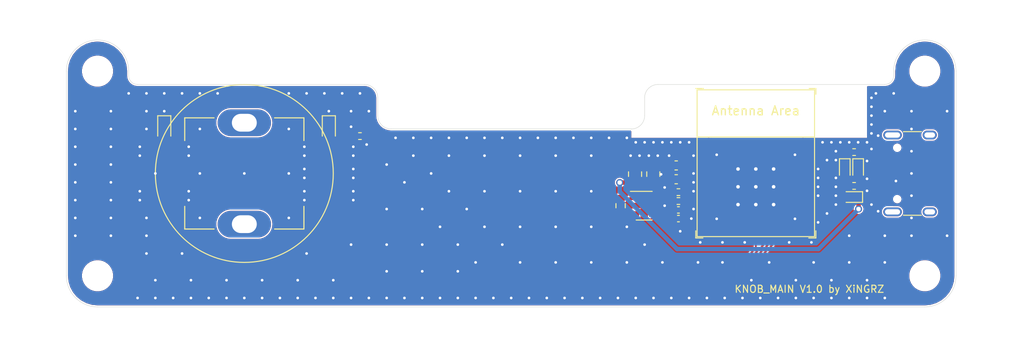
<source format=kicad_pcb>
(kicad_pcb (version 20171130) (host pcbnew "(5.1.9-0-10_14)")
  (title_block (title "Knob (main)") (date 2021-08-23) (rev V1.0) (company XiNGRZ))
  (layers (0 F.Cu signal) (31 B.Cu signal) (34 B.Paste user) (35 F.Paste user) (36 B.SilkS user) (37 F.SilkS user) (38 B.Mask user) (39 F.Mask user) (44 Edge.Cuts user))
  (net 0 "")
  (net 1 /D+)
  (net 2 GND)
  (net 3 /D-)
  (net 4 +5V)
  (net 5 "Net-(J1-PadA5)")
  (net 6 "Net-(J1-PadB5)")
  (net 7 +3V3)
  (net 8 "Net-(C3-Pad1)")
  (net 9 /ENTER)
  (net 10 "Net-(D4-Pad2)")
  (net 11 /STATUS)
  (net 12 "Net-(C6-Pad1)")
  (net 13 "Net-(C4-Pad1)")
  (net 14 "Net-(R5-Pad1)")
  (net 15 "Net-(J1-PadS1)")
  (net 16 /ROTARY_B)
  (net 17 /ROTARY_A)
  (module Resistor_SMD:R_0402_1005Metric (layer F.Cu) (at 133 80.8)
    (fp_text reference R6)
    (fp_text value 220)
    (pad 2 smd roundrect (at 0.51 0) (size 0.54 0.64) (layers F.Cu F.Paste F.Mask) (net 11 /STATUS))
    (pad 1 smd roundrect (at -0.51 0) (size 0.54 0.64) (layers F.Cu F.Paste F.Mask) (net 10 "Net-(D4-Pad2)"))
  )
  (module LED_SMD:LED_0603_1608Metric (layer F.Cu) (at 129.5 80 270)
    (fp_text reference D4)
    (fp_text value BLUE)
    (pad 1 smd roundrect (at -0.7875 0 270) (size 0.875 0.95) (layers F.Cu F.Paste F.Mask) (net 2 GND))
    (pad 2 smd roundrect (at 0.7875 0 270) (size 0.875 0.95) (layers F.Cu F.Paste F.Mask) (net 10 "Net-(D4-Pad2)"))
  )
  (module LED_SMD:LED_0603_1608Metric (layer F.Cu) (at 111 80 270)
    (fp_text reference D5)
    (fp_text value BLUE)
    (pad 2 smd roundrect (at 0.7875 0 270) (size 0.875 0.95) (layers F.Cu F.Paste F.Mask) (net 10 "Net-(D4-Pad2)"))
    (pad 1 smd roundrect (at -0.7875 0 270) (size 0.875 0.95) (layers F.Cu F.Paste F.Mask) (net 2 GND))
  )
  (module Capacitor_SMD:C_0402_1005Metric (layer F.Cu) (at 168.8 90.075)
    (fp_text reference C6)
    (fp_text value 10nF)
    (pad 1 smd roundrect (at -0.48 0) (size 0.56 0.62) (layers F.Cu F.Paste F.Mask) (net 12 "Net-(C6-Pad1)"))
    (pad 2 smd roundrect (at 0.48 0) (size 0.56 0.62) (layers F.Cu F.Paste F.Mask) (net 2 GND))
  )
  (module Resistor_SMD:R_0603_1608Metric (layer F.Cu) (at 162.3 88.625 90)
    (fp_text reference R5)
    (fp_text value 0)
    (pad 2 smd roundrect (at 0.825 0 90) (size 0.8 0.95) (layers F.Cu F.Paste F.Mask) (net 4 +5V))
    (pad 1 smd roundrect (at -0.825 0 90) (size 0.8 0.95) (layers F.Cu F.Paste F.Mask) (net 14 "Net-(R5-Pad1)"))
  )
  (module Resistor_SMD:R_0402_1005Metric (layer F.Cu) (at 168.8 87.1)
    (fp_text reference R4)
    (fp_text value 0)
    (pad 2 smd roundrect (at 0.51 0) (size 0.54 0.64) (layers F.Cu F.Paste F.Mask) (net 13 "Net-(C4-Pad1)"))
    (pad 1 smd roundrect (at -0.51 0) (size 0.54 0.64) (layers F.Cu F.Paste F.Mask) (net 7 +3V3))
  )
  (module Package_TO_SOT_SMD:SOT-23-5 (layer F.Cu) (at 164.95 88.625)
    (fp_text reference U1)
    (fp_text value LP2992AIM5X-3.3)
    (pad 5 smd rect (at 1.1 -0.95) (size 1.06 0.65) (layers F.Cu F.Paste F.Mask) (net 7 +3V3))
    (pad 4 smd rect (at 1.1 0.95) (size 1.06 0.65) (layers F.Cu F.Paste F.Mask) (net 12 "Net-(C6-Pad1)"))
    (pad 3 smd rect (at -1.1 0.95) (size 1.06 0.65) (layers F.Cu F.Paste F.Mask) (net 14 "Net-(R5-Pad1)"))
    (pad 2 smd rect (at -1.1 0) (size 1.06 0.65) (layers F.Cu F.Paste F.Mask) (net 2 GND))
    (pad 1 smd rect (at -1.1 -0.95) (size 1.06 0.65) (layers F.Cu F.Paste F.Mask) (net 4 +5V))
  )
  (module MountingHole:MountingHole_3.2mm_M3 (layer F.Cu) (at 196.5 96.5)
    (fp_text reference H4)
    (fp_text value Mount)
    (pad 1 np_thru_hole circle (at 0 0) (size 3.2 3.2) (drill 3.2) (layers *.Cu *.Mask))
  )
  (module MountingHole:MountingHole_3.2mm_M3 (layer F.Cu) (at 196.5 73.5)
    (fp_text reference H3)
    (fp_text value Mount)
    (pad 1 np_thru_hole circle (at 0 0) (size 3.2 3.2) (drill 3.2) (layers *.Cu *.Mask))
  )
  (module MountingHole:MountingHole_3.2mm_M3 (layer F.Cu) (at 103.5 96.5)
    (fp_text reference H2)
    (fp_text value Mount)
    (pad 1 np_thru_hole circle (at 0 0) (size 3.2 3.2) (drill 3.2) (layers *.Cu *.Mask))
  )
  (module MountingHole:MountingHole_3.2mm_M3 (layer F.Cu) (at 103.5 73.5)
    (fp_text reference H1)
    (fp_text value Mount)
    (pad 1 np_thru_hole circle (at 0 0) (size 3.2 3.2) (drill 3.2) (layers *.Cu *.Mask))
  )
  (module Capacitor_SMD:C_0603_1608Metric (layer F.Cu) (at 168.55 85.65 180)
    (fp_text reference C5)
    (fp_text value 100nF/50V)
    (pad 2 smd roundrect (at 0.775 0 180) (size 0.9 0.95) (layers F.Cu F.Paste F.Mask) (net 2 GND))
    (pad 1 smd roundrect (at -0.775 0 180) (size 0.9 0.95) (layers F.Cu F.Paste F.Mask) (net 13 "Net-(C4-Pad1)"))
  )
  (module Capacitor_SMD:C_0603_1608Metric (layer F.Cu) (at 168.55 84.1 180)
    (fp_text reference C4)
    (fp_text value 10uF/10V)
    (pad 2 smd roundrect (at 0.775 0 180) (size 0.9 0.95) (layers F.Cu F.Paste F.Mask) (net 2 GND))
    (pad 1 smd roundrect (at -0.775 0 180) (size 0.9 0.95) (layers F.Cu F.Paste F.Mask) (net 13 "Net-(C4-Pad1)"))
  )
  (module Capacitor_SMD:C_0805_2012Metric (layer F.Cu) (at 165.975 85.074999 90)
    (fp_text reference C2)
    (fp_text value 10uF/25V)
    (pad 2 smd roundrect (at 0.95 0 90) (size 1 1.45) (layers F.Cu F.Paste F.Mask) (net 2 GND))
    (pad 1 smd roundrect (at -0.95 0 90) (size 1 1.45) (layers F.Cu F.Paste F.Mask) (net 7 +3V3))
  )
  (module Capacitor_SMD:C_0805_2012Metric (layer F.Cu) (at 163.925 85.074999 90)
    (fp_text reference C1)
    (fp_text value 10uF/25V)
    (pad 2 smd roundrect (at 0.95 0 90) (size 1 1.45) (layers F.Cu F.Paste F.Mask) (net 2 GND))
    (pad 1 smd roundrect (at -0.95 0 90) (size 1 1.45) (layers F.Cu F.Paste F.Mask) (net 4 +5V))
  )
  (module Espressif:ESP32-C3-MINI-1 (layer F.Cu) (at 177.5 86.5)
    (fp_text reference U2)
    (fp_text value ESP32-C3-MINI-1)
    (fp_text user "Antenna Area" (at 0 -8.55) (layer F.SilkS))
    (pad 1 smd rect (at -5.9 -4 90) (size 0.4 0.8) (layers F.Cu F.Paste F.Mask) (net 2 GND))
    (pad 2 smd rect (at -5.9 -3.2 90) (size 0.4 0.8) (layers F.Cu F.Paste F.Mask) (net 2 GND))
    (pad 3 smd rect (at -5.9 -2.4 90) (size 0.4 0.8) (layers F.Cu F.Paste F.Mask) (net 13 "Net-(C4-Pad1)"))
    (pad 4 smd rect (at -5.9 -1.6 90) (size 0.4 0.8) (layers F.Cu F.Paste F.Mask))
    (pad 5 smd rect (at -5.9 -0.8 90) (size 0.4 0.8) (layers F.Cu F.Paste F.Mask))
    (pad 6 smd rect (at -5.9 0 90) (size 0.4 0.8) (layers F.Cu F.Paste F.Mask))
    (pad 7 smd rect (at -5.9 0.8 90) (size 0.4 0.8) (layers F.Cu F.Paste F.Mask))
    (pad 8 smd rect (at -5.9 1.6 90) (size 0.4 0.8) (layers F.Cu F.Paste F.Mask) (net 8 "Net-(C3-Pad1)"))
    (pad 9 smd rect (at -5.9 2.4 90) (size 0.4 0.8) (layers F.Cu F.Paste F.Mask))
    (pad 10 smd rect (at -5.9 3.2 90) (size 0.4 0.8) (layers F.Cu F.Paste F.Mask))
    (pad 11 smd rect (at -5.9 4 90) (size 0.4 0.8) (layers F.Cu F.Paste F.Mask) (net 2 GND))
    (pad 12 smd rect (at -4.8 4.9) (size 0.4 0.8) (layers F.Cu F.Paste F.Mask))
    (pad 13 smd rect (at -4 4.9) (size 0.4 0.8) (layers F.Cu F.Paste F.Mask))
    (pad 14 smd rect (at -3.2 4.9) (size 0.4 0.8) (layers F.Cu F.Paste F.Mask) (net 2 GND))
    (pad 15 smd rect (at -2.4 4.9) (size 0.4 0.8) (layers F.Cu F.Paste F.Mask))
    (pad 16 smd rect (at -1.6 4.9) (size 0.4 0.8) (layers F.Cu F.Paste F.Mask))
    (pad 17 smd rect (at -0.8 4.9) (size 0.4 0.8) (layers F.Cu F.Paste F.Mask))
    (pad 18 smd rect (at 0 4.9) (size 0.4 0.8) (layers F.Cu F.Paste F.Mask) (net 11 /STATUS))
    (pad 19 smd rect (at 0.8 4.9) (size 0.4 0.8) (layers F.Cu F.Paste F.Mask) (net 16 /ROTARY_B))
    (pad 20 smd rect (at 1.6 4.9) (size 0.4 0.8) (layers F.Cu F.Paste F.Mask) (net 17 /ROTARY_A))
    (pad 21 smd rect (at 2.4 4.9) (size 0.4 0.8) (layers F.Cu F.Paste F.Mask) (net 9 /ENTER))
    (pad 22 smd rect (at 3.2 4.9) (size 0.4 0.8) (layers F.Cu F.Paste F.Mask))
    (pad 23 smd rect (at 4 4.9) (size 0.4 0.8) (layers F.Cu F.Paste F.Mask))
    (pad 24 smd rect (at 4.8 4.9) (size 0.4 0.8) (layers F.Cu F.Paste F.Mask))
    (pad 25 smd rect (at 5.9 4 90) (size 0.4 0.8) (layers F.Cu F.Paste F.Mask))
    (pad 26 smd rect (at 5.9 3.2 90) (size 0.4 0.8) (layers F.Cu F.Paste F.Mask) (net 3 /D-))
    (pad 27 smd rect (at 5.9 2.4 90) (size 0.4 0.8) (layers F.Cu F.Paste F.Mask) (net 1 /D+))
    (pad 28 smd rect (at 5.9 1.6 90) (size 0.4 0.8) (layers F.Cu F.Paste F.Mask))
    (pad 29 smd rect (at 5.9 0.8 90) (size 0.4 0.8) (layers F.Cu F.Paste F.Mask))
    (pad 30 smd rect (at 5.9 0 90) (size 0.4 0.8) (layers F.Cu F.Paste F.Mask))
    (pad 31 smd rect (at 5.9 -0.8 90) (size 0.4 0.8) (layers F.Cu F.Paste F.Mask))
    (pad 32 smd rect (at 5.9 -1.6 90) (size 0.4 0.8) (layers F.Cu F.Paste F.Mask))
    (pad 33 smd rect (at 5.9 -2.4 90) (size 0.4 0.8) (layers F.Cu F.Paste F.Mask))
    (pad 34 smd rect (at 5.9 -3.2 90) (size 0.4 0.8) (layers F.Cu F.Paste F.Mask))
    (pad 35 smd rect (at 5.9 -4 90) (size 0.4 0.8) (layers F.Cu F.Paste F.Mask))
    (pad 36 smd rect (at 1.6 -4.9) (size 0.4 0.8) (layers F.Cu F.Paste F.Mask) (net 2 GND))
    (pad 36 smd rect (at 5.95 4.95 90) (size 0.7 0.7) (layers F.Cu F.Paste F.Mask) (net 2 GND))
    (pad 36 smd rect (at 2.4 -4.9) (size 0.4 0.8) (layers F.Cu F.Paste F.Mask) (net 2 GND))
    (pad 36 smd rect (at 0 1.975 90) (size 1.45 1.45) (layers F.Cu F.Paste F.Mask) (net 2 GND))
    (pad 36 smd rect (at -1.6 -4.9) (size 0.4 0.8) (layers F.Cu F.Paste F.Mask) (net 2 GND))
    (pad 36 smd rect (at -3.2 -4.9) (size 0.4 0.8) (layers F.Cu F.Paste F.Mask) (net 2 GND))
    (pad 36 smd rect (at 5.95 -4.95 90) (size 0.7 0.7) (layers F.Cu F.Paste F.Mask) (net 2 GND))
    (pad 36 smd rect (at 0 -4.9) (size 0.4 0.8) (layers F.Cu F.Paste F.Mask) (net 2 GND))
    (pad 36 smd rect (at -5.95 -4.95 90) (size 0.7 0.7) (layers F.Cu F.Paste F.Mask) (net 2 GND))
    (pad 36 smd rect (at -4 -4.9) (size 0.4 0.8) (layers F.Cu F.Paste F.Mask) (net 2 GND))
    (pad 36 smd rect (at -2.4 -4.9) (size 0.4 0.8) (layers F.Cu F.Paste F.Mask) (net 2 GND))
    (pad 36 smd rect (at 0 0 90) (size 1.45 1.45) (layers F.Cu F.Paste F.Mask) (net 2 GND))
    (pad 36 smd rect (at -4.8 -4.9) (size 0.4 0.8) (layers F.Cu F.Paste F.Mask) (net 2 GND))
    (pad 36 smd rect (at 4.8 -4.9) (size 0.4 0.8) (layers F.Cu F.Paste F.Mask) (net 2 GND))
    (pad 36 smd rect (at 1.975 -1.975 90) (size 1.45 1.45) (layers F.Cu F.Paste F.Mask) (net 2 GND))
    (pad 36 smd rect (at 0.8 -4.9) (size 0.4 0.8) (layers F.Cu F.Paste F.Mask) (net 2 GND))
    (pad 36 smd rect (at 4 -4.9) (size 0.4 0.8) (layers F.Cu F.Paste F.Mask) (net 2 GND))
    (pad 36 smd rect (at -1.975 1.975 90) (size 1.45 1.45) (layers F.Cu F.Paste F.Mask) (net 2 GND))
    (pad 36 smd custom (at -1.975 -1.975) (size 0.8 0.8) (layers F.Cu F.Paste F.Mask) (net 2 GND) (options (clearance outline) (anchor rect)) (primitives (gr_poly (pts (xy -0.725 0.725) (xy 0.725 0.725) (xy 0.725 -0.725) (xy -0.125 -0.725) (xy -0.725 -0.125)) (width 0))))
    (pad 36 smd rect (at 1.975 1.975 90) (size 1.45 1.45) (layers F.Cu F.Paste F.Mask) (net 2 GND))
    (pad 36 smd rect (at 3.2 -4.9) (size 0.4 0.8) (layers F.Cu F.Paste F.Mask) (net 2 GND))
    (pad 36 smd rect (at 1.975 0 90) (size 1.45 1.45) (layers F.Cu F.Paste F.Mask) (net 2 GND))
    (pad 36 smd rect (at -1.975 0.05 90) (size 1.45 1.45) (layers F.Cu F.Paste F.Mask) (net 2 GND))
    (pad 36 smd rect (at -5.95 4.95 90) (size 0.7 0.7) (layers F.Cu F.Paste F.Mask) (net 2 GND))
    (pad 36 smd rect (at -0.8 -4.9) (size 0.4 0.8) (layers F.Cu F.Paste F.Mask) (net 2 GND))
    (pad 36 smd rect (at 0 -1.975 90) (size 1.45 1.45) (layers F.Cu F.Paste F.Mask) (net 2 GND))
  )
  (module JLC-SMT:BOURNS_PEC11R-4XXXX-SXXXX_SMD (layer F.Cu) (at 120 85 90)
    (fp_text reference SW1)
    (fp_text value PEC11R-4220F-S0024)
    (pad "" thru_hole oval (at 5.7 0 90) (size 3 6) (drill oval 2 2.8) (layers *.Cu *.Mask))
    (pad "" thru_hole oval (at -5.7 0 90) (size 3 6) (drill oval 2 2.8) (layers *.Cu *.Mask))
    (pad B smd rect (at 2.5 9.5 90) (size 1.2 4) (layers F.Cu F.Paste F.Mask) (net 16 /ROTARY_B))
    (pad C smd rect (at 0 9.5 90) (size 1.2 4) (layers F.Cu F.Paste F.Mask) (net 2 GND))
    (pad A smd rect (at -2.5 9.5 90) (size 1.2 4) (layers F.Cu F.Paste F.Mask) (net 17 /ROTARY_A))
    (pad S2 smd rect (at 2.5 -9 90) (size 1.2 4) (layers F.Cu F.Paste F.Mask) (net 2 GND))
    (pad S1 smd rect (at -2.5 -9 90) (size 1.2 4) (layers F.Cu F.Paste F.Mask) (net 9 /ENTER))
  )
  (module Resistor_SMD:R_0402_1005Metric (layer F.Cu) (at 168.8 88.1)
    (fp_text reference R3)
    (fp_text value 10K)
    (pad 2 smd roundrect (at 0.51 0) (size 0.54 0.64) (layers F.Cu F.Paste F.Mask) (net 8 "Net-(C3-Pad1)"))
    (pad 1 smd roundrect (at -0.51 0) (size 0.54 0.64) (layers F.Cu F.Paste F.Mask) (net 7 +3V3))
  )
  (module Capacitor_SMD:C_0402_1005Metric (layer F.Cu) (at 168.8 89.1 180)
    (fp_text reference C3)
    (fp_text value 1uF/25V)
    (pad 2 smd roundrect (at 0.48 0 180) (size 0.56 0.62) (layers F.Cu F.Paste F.Mask) (net 2 GND))
    (pad 1 smd roundrect (at -0.48 0 180) (size 0.56 0.62) (layers F.Cu F.Paste F.Mask) (net 8 "Net-(C3-Pad1)"))
  )
  (module Resistor_SMD:R_0402_1005Metric (layer F.Cu) (at 188.55 82.6)
    (fp_text reference R2)
    (fp_text value 5.1K)
    (pad 2 smd roundrect (at 0.51 0) (size 0.54 0.64) (layers F.Cu F.Paste F.Mask) (net 6 "Net-(J1-PadB5)"))
    (pad 1 smd roundrect (at -0.51 0) (size 0.54 0.64) (layers F.Cu F.Paste F.Mask) (net 2 GND))
  )
  (module Resistor_SMD:R_0402_1005Metric (layer F.Cu) (at 188.55 86.4)
    (fp_text reference R1)
    (fp_text value 5.1K)
    (pad 2 smd roundrect (at 0.51 0) (size 0.54 0.64) (layers F.Cu F.Paste F.Mask) (net 5 "Net-(J1-PadA5)"))
    (pad 1 smd roundrect (at -0.51 0) (size 0.54 0.64) (layers F.Cu F.Paste F.Mask) (net 2 GND))
  )
  (module JLC-SMT:HRO_TYPE-C-31-M-12 (layer F.Cu) (at 196 85 90)
    (fp_text reference J1)
    (fp_text value HRO_TYPE-C-31-M-12)
    (pad S1 thru_hole oval (at 4.32 1.05 90) (size 1 1.6) (drill oval 0.6 1.2) (layers *.Cu *.Mask) (net 15 "Net-(J1-PadS1)"))
    (pad "" np_thru_hole circle (at 2.89 -2.6 90) (size 0.65 0.65) (drill 0.65) (layers *.Cu *.Mask))
    (pad S1 thru_hole oval (at -4.32 1.05 90) (size 1 1.6) (drill oval 0.6 1.2) (layers *.Cu *.Mask) (net 15 "Net-(J1-PadS1)"))
    (pad "" np_thru_hole circle (at -2.89 -2.6 90) (size 0.65 0.65) (drill 0.65) (layers *.Cu *.Mask))
    (pad S1 thru_hole oval (at -4.32 -3.13 90) (size 1 2.1) (drill oval 0.6 1.7) (layers *.Cu *.Mask) (net 15 "Net-(J1-PadS1)"))
    (pad S1 thru_hole oval (at 4.32 -3.13 90) (size 1 2.1) (drill oval 0.6 1.7) (layers *.Cu *.Mask) (net 15 "Net-(J1-PadS1)"))
    (pad A6 smd rect (at -0.25 -4.045 90) (size 0.3 1.45) (layers F.Cu F.Paste F.Mask) (net 1 /D+))
    (pad B5 smd rect (at 1.75 -4.045 90) (size 0.3 1.45) (layers F.Cu F.Paste F.Mask) (net 6 "Net-(J1-PadB5)"))
    (pad A8 smd rect (at 1.25 -4.045 90) (size 0.3 1.45) (layers F.Cu F.Paste F.Mask))
    (pad B6 smd rect (at 0.75 -4.045 90) (size 0.3 1.45) (layers F.Cu F.Paste F.Mask) (net 1 /D+))
    (pad A7 smd rect (at 0.25 -4.045 90) (size 0.3 1.45) (layers F.Cu F.Paste F.Mask) (net 3 /D-))
    (pad B7 smd rect (at -0.75 -4.045 90) (size 0.3 1.45) (layers F.Cu F.Paste F.Mask) (net 3 /D-))
    (pad A5 smd rect (at -1.25 -4.045 90) (size 0.3 1.45) (layers F.Cu F.Paste F.Mask) (net 5 "Net-(J1-PadA5)"))
    (pad B8 smd rect (at -1.75 -4.045 90) (size 0.3 1.45) (layers F.Cu F.Paste F.Mask))
    (pad A12 smd rect (at 3.25 -4.045 90) (size 0.6 1.45) (layers F.Cu F.Paste F.Mask) (net 2 GND))
    (pad B4 smd rect (at 2.45 -4.045 90) (size 0.6 1.45) (layers F.Cu F.Paste F.Mask) (net 4 +5V))
    (pad A4 smd rect (at -2.45 -4.045 90) (size 0.6 1.45) (layers F.Cu F.Paste F.Mask) (net 4 +5V))
    (pad A1 smd rect (at -3.25 -4.045 90) (size 0.6 1.45) (layers F.Cu F.Paste F.Mask) (net 2 GND))
    (pad B12 smd rect (at -3.25 -4.045 90) (size 0.6 1.45) (layers F.Cu F.Paste F.Mask) (net 2 GND))
    (pad B9 smd rect (at -2.45 -4.045 90) (size 0.6 1.45) (layers F.Cu F.Paste F.Mask) (net 4 +5V))
    (pad A9 smd rect (at 2.45 -4.045 90) (size 0.6 1.45) (layers F.Cu F.Paste F.Mask) (net 4 +5V))
    (pad B1 smd rect (at 3.25 -4.045 90) (size 0.6 1.45) (layers F.Cu F.Paste F.Mask) (net 2 GND))
  )
  (module Diode_SMD:D_SOD-523 (layer F.Cu) (at 188.35 87.65 180)
    (fp_text reference D3)
    (fp_text value LESD5Z5.0CT1G)
    (pad 1 smd rect (at -0.7 0) (size 0.6 0.7) (layers F.Cu F.Paste F.Mask) (net 4 +5V))
    (pad 2 smd rect (at 0.7 0) (size 0.6 0.7) (layers F.Cu F.Paste F.Mask) (net 2 GND))
  )
  (module Diode_SMD:D_SOD-523 (layer F.Cu) (at 189 84.5 270)
    (fp_text reference D2)
    (fp_text value LESD5Z5.0CT1G)
    (pad 1 smd rect (at -0.7 0 90) (size 0.6 0.7) (layers F.Cu F.Paste F.Mask) (net 2 GND))
    (pad 2 smd rect (at 0.7 0 90) (size 0.6 0.7) (layers F.Cu F.Paste F.Mask) (net 3 /D-))
  )
  (module Diode_SMD:D_SOD-523 (layer F.Cu) (at 187.5 84.5 270)
    (fp_text reference D1)
    (fp_text value LESD5Z5.0CT1G)
    (pad 1 smd rect (at -0.7 0 90) (size 0.6 0.7) (layers F.Cu F.Paste F.Mask) (net 1 /D+))
    (pad 2 smd rect (at 0.7 0 90) (size 0.6 0.7) (layers F.Cu F.Paste F.Mask) (net 2 GND))
  )
  (gr_text "KNOB_MAIN V1.0 by XiNGRZ" (at 192 98) (layer F.SilkS) (effects (font (size 0.8 0.8) (thickness 0.12)) (justify right)))
  (gr_circle (center 120 85) (end 120 75) (layer F.SilkS) (width 0.12))
  (gr_arc (start 163.5 78.5) (end 163.5 80) (angle -90) (layer Edge.Cuts) (width 0.05))
  (gr_arc (start 166.5 76.5) (end 166.5 75) (angle -90) (layer Edge.Cuts) (width 0.05))
  (gr_arc (start 136.5 78.5) (end 135 78.5) (angle -90) (layer Edge.Cuts) (width 0.05))
  (gr_arc (start 133.5 76.5) (end 135 76.5) (angle -90) (layer Edge.Cuts) (width 0.05))
  (gr_line (start 166.5 75) (end 192 75) (layer Edge.Cuts) (width 0.05))
  (gr_line (start 165 78.5) (end 165 76.5) (layer Edge.Cuts) (width 0.05))
  (gr_line (start 135 78.5) (end 135 76.5) (layer Edge.Cuts) (width 0.05))
  (gr_line (start 136.5 80) (end 163.5 80) (layer Edge.Cuts) (width 0.05))
  (gr_line (start 193 73.5) (end 193 74) (layer Edge.Cuts) (width 0.05))
  (gr_line (start 107 73.5) (end 107 74) (layer Edge.Cuts) (width 0.05))
  (gr_arc (start 108 74) (end 107 74) (angle -90) (layer Edge.Cuts) (width 0.05))
  (gr_arc (start 192 74) (end 192 75) (angle -90) (layer Edge.Cuts) (width 0.05))
  (gr_arc (start 196.5 73.5) (end 200 73.5) (angle -180) (layer Edge.Cuts) (width 0.05))
  (gr_arc (start 196.5 96.5) (end 196.5 100) (angle -90) (layer Edge.Cuts) (width 0.05))
  (gr_arc (start 103.5 96.5) (end 100 96.5) (angle -90) (layer Edge.Cuts) (width 0.05))
  (gr_arc (start 103.5 73.5) (end 107 73.5) (angle -180) (layer Edge.Cuts) (width 0.05))
  (gr_line (start 133.5 75) (end 108 75) (layer Edge.Cuts) (width 0.05))
  (gr_line (start 200 96.5) (end 200 73.5) (layer Edge.Cuts) (width 0.05))
  (gr_line (start 103.5 100) (end 196.5 100) (layer Edge.Cuts) (width 0.05))
  (gr_line (start 100 73.5) (end 100 96.5) (layer Edge.Cuts) (width 0.05))
  (segment (start 186.634899 84.285) (end 185.910944 84.285) (width 0.28) (layer F.Cu) (net 1))
  (segment (start 185.910944 84.285) (end 185.285 84.910944) (width 0.28) (layer F.Cu) (net 1))
  (segment (start 183.785 89.085) (end 184.110944 89.085) (width 0.28) (layer F.Cu) (net 1))
  (segment (start 183.6 88.9) (end 183.785 89.085) (width 0.28) (layer F.Cu) (net 1))
  (segment (start 183.4 88.9) (end 183.6 88.9) (width 0.28) (layer F.Cu) (net 1))
  (segment (start 185.285 87.910944) (end 185.285 84.910944) (width 0.28) (layer F.Cu) (net 1))
  (segment (start 184.110944 89.085) (end 185.285 87.910944) (width 0.28) (layer F.Cu) (net 1))
  (segment (start 186.919899 84) (end 186.634899 84.285) (width 0.28) (layer F.Cu) (net 1))
  (segment (start 187.5 83.8) (end 187.5 84) (width 0.28) (layer F.Cu) (net 1))
  (segment (start 187.5 84) (end 186.919899 84) (width 0.28) (layer F.Cu) (net 1))
  (segment (start 192.96 84.25) (end 193.05 84.34) (width 0.28) (layer F.Cu) (net 1))
  (segment (start 191.955 84.25) (end 192.96 84.25) (width 0.28) (layer F.Cu) (net 1))
  (segment (start 193.05 85.16) (end 193.05 84.34) (width 0.28) (layer F.Cu) (net 1))
  (segment (start 192.96 85.25) (end 193.05 85.16) (width 0.28) (layer F.Cu) (net 1))
  (segment (start 191.955 85.25) (end 192.96 85.25) (width 0.28) (layer F.Cu) (net 1))
  (segment (start 190.867499 84.25) (end 191.955 84.25) (width 0.28) (layer F.Cu) (net 1))
  (segment (start 189.687002 84.285) (end 190.832499 84.285) (width 0.28) (layer F.Cu) (net 1))
  (segment (start 189.582001 84.390001) (end 189.687002 84.285) (width 0.28) (layer F.Cu) (net 1))
  (segment (start 190.832499 84.285) (end 190.867499 84.25) (width 0.28) (layer F.Cu) (net 1))
  (segment (start 188.470102 84.390001) (end 189.582001 84.390001) (width 0.28) (layer F.Cu) (net 1))
  (segment (start 188.080101 84) (end 188.470102 84.390001) (width 0.28) (layer F.Cu) (net 1))
  (segment (start 187.5 84) (end 188.080101 84) (width 0.28) (layer F.Cu) (net 1))
  (via (at 177.5 88.5) (size 0.7) (drill 0.4) (layers F.Cu B.Cu) (net 2))
  (via (at 175.5 86.5) (size 0.7) (drill 0.4) (layers F.Cu B.Cu) (net 2))
  (via (at 175.5 88.5) (size 0.7) (drill 0.4) (layers F.Cu B.Cu) (net 2))
  (via (at 177.5 84.5) (size 0.7) (drill 0.4) (layers F.Cu B.Cu) (net 2))
  (via (at 179.5 84.5) (size 0.7) (drill 0.4) (layers F.Cu B.Cu) (net 2))
  (via (at 179.5 86.5) (size 0.7) (drill 0.4) (layers F.Cu B.Cu) (net 2))
  (via (at 179.5 88.5) (size 0.7) (drill 0.4) (layers F.Cu B.Cu) (net 2))
  (via (at 175.5 84.5) (size 0.7) (drill 0.4) (layers F.Cu B.Cu) (net 2))
  (via (at 177.5 86.5) (size 0.7) (drill 0.4) (layers F.Cu B.Cu) (net 2))
  (via (at 170.5 86) (size 0.5) (drill 0.3) (layers F.Cu B.Cu) (net 2))
  (via (at 170.5 87) (size 0.5) (drill 0.3) (layers F.Cu B.Cu) (net 2))
  (via (at 170.5 85) (size 0.5) (drill 0.3) (layers F.Cu B.Cu) (net 2))
  (via (at 190 83.6) (size 0.5) (drill 0.3) (layers F.Cu B.Cu) (net 2))
  (via (at 190 85.6) (size 0.5) (drill 0.3) (layers F.Cu B.Cu) (net 2))
  (via (at 190 86.95) (size 0.5) (drill 0.3) (layers F.Cu B.Cu) (net 2))
  (via (at 193.25 85.85) (size 0.5) (drill 0.3) (layers F.Cu B.Cu) (net 2))
  (via (at 107 76) (size 0.5) (drill 0.3) (layers F.Cu B.Cu) (net 2))
  (via (at 109 76) (size 0.5) (drill 0.3) (layers F.Cu B.Cu) (net 2))
  (via (at 111 76) (size 0.5) (drill 0.3) (layers F.Cu B.Cu) (net 2))
  (via (at 113 76) (size 0.5) (drill 0.3) (layers F.Cu B.Cu) (net 2))
  (via (at 115 76) (size 0.5) (drill 0.3) (layers F.Cu B.Cu) (net 2))
  (via (at 117 76) (size 0.5) (drill 0.3) (layers F.Cu B.Cu) (net 2))
  (via (at 101 78) (size 0.5) (drill 0.3) (layers F.Cu B.Cu) (net 2))
  (via (at 101 80) (size 0.5) (drill 0.3) (layers F.Cu B.Cu) (net 2))
  (via (at 101 82) (size 0.5) (drill 0.3) (layers F.Cu B.Cu) (net 2))
  (via (at 101 84) (size 0.5) (drill 0.3) (layers F.Cu B.Cu) (net 2))
  (via (at 101 86) (size 0.5) (drill 0.3) (layers F.Cu B.Cu) (net 2))
  (via (at 101 88) (size 0.5) (drill 0.3) (layers F.Cu B.Cu) (net 2))
  (via (at 101 90) (size 0.5) (drill 0.3) (layers F.Cu B.Cu) (net 2))
  (via (at 101 92) (size 0.5) (drill 0.3) (layers F.Cu B.Cu) (net 2))
  (via (at 105 80) (size 0.5) (drill 0.3) (layers F.Cu B.Cu) (net 2))
  (via (at 109 80) (size 0.5) (drill 0.3) (layers F.Cu B.Cu) (net 2))
  (via (at 105 84) (size 0.5) (drill 0.3) (layers F.Cu B.Cu) (net 2))
  (via (at 105 88) (size 0.5) (drill 0.3) (layers F.Cu B.Cu) (net 2))
  (via (at 109 92) (size 0.5) (drill 0.3) (layers F.Cu B.Cu) (net 2))
  (via (at 105 92) (size 0.5) (drill 0.3) (layers F.Cu B.Cu) (net 2))
  (via (at 109 94) (size 0.5) (drill 0.3) (layers F.Cu B.Cu) (net 2))
  (via (at 108 99) (size 0.5) (drill 0.3) (layers F.Cu B.Cu) (net 2))
  (via (at 110 99) (size 0.5) (drill 0.3) (layers F.Cu B.Cu) (net 2))
  (via (at 112 99) (size 0.5) (drill 0.3) (layers F.Cu B.Cu) (net 2))
  (via (at 114 99) (size 0.5) (drill 0.3) (layers F.Cu B.Cu) (net 2))
  (via (at 116 99) (size 0.5) (drill 0.3) (layers F.Cu B.Cu) (net 2))
  (via (at 118 99) (size 0.5) (drill 0.3) (layers F.Cu B.Cu) (net 2))
  (via (at 120 99) (size 0.5) (drill 0.3) (layers F.Cu B.Cu) (net 2))
  (via (at 122 99) (size 0.5) (drill 0.3) (layers F.Cu B.Cu) (net 2))
  (via (at 124 99) (size 0.5) (drill 0.3) (layers F.Cu B.Cu) (net 2))
  (via (at 126 99) (size 0.5) (drill 0.3) (layers F.Cu B.Cu) (net 2))
  (via (at 128 99) (size 0.5) (drill 0.3) (layers F.Cu B.Cu) (net 2))
  (via (at 130 99) (size 0.5) (drill 0.3) (layers F.Cu B.Cu) (net 2))
  (via (at 132 99) (size 0.5) (drill 0.3) (layers F.Cu B.Cu) (net 2))
  (via (at 134 99) (size 0.5) (drill 0.3) (layers F.Cu B.Cu) (net 2))
  (via (at 136 99) (size 0.5) (drill 0.3) (layers F.Cu B.Cu) (net 2))
  (via (at 138 99) (size 0.5) (drill 0.3) (layers F.Cu B.Cu) (net 2))
  (via (at 140 99) (size 0.5) (drill 0.3) (layers F.Cu B.Cu) (net 2))
  (via (at 142 99) (size 0.5) (drill 0.3) (layers F.Cu B.Cu) (net 2))
  (via (at 144 99) (size 0.5) (drill 0.3) (layers F.Cu B.Cu) (net 2))
  (via (at 146 99) (size 0.5) (drill 0.3) (layers F.Cu B.Cu) (net 2))
  (via (at 148 99) (size 0.5) (drill 0.3) (layers F.Cu B.Cu) (net 2))
  (via (at 150 99) (size 0.5) (drill 0.3) (layers F.Cu B.Cu) (net 2))
  (via (at 152 99) (size 0.5) (drill 0.3) (layers F.Cu B.Cu) (net 2))
  (via (at 154 99) (size 0.5) (drill 0.3) (layers F.Cu B.Cu) (net 2))
  (via (at 156 99) (size 0.5) (drill 0.3) (layers F.Cu B.Cu) (net 2))
  (via (at 158 99) (size 0.5) (drill 0.3) (layers F.Cu B.Cu) (net 2))
  (via (at 160 99) (size 0.5) (drill 0.3) (layers F.Cu B.Cu) (net 2))
  (via (at 162 99) (size 0.5) (drill 0.3) (layers F.Cu B.Cu) (net 2))
  (via (at 164 99) (size 0.5) (drill 0.3) (layers F.Cu B.Cu) (net 2))
  (via (at 166 99) (size 0.5) (drill 0.3) (layers F.Cu B.Cu) (net 2))
  (via (at 168 99) (size 0.5) (drill 0.3) (layers F.Cu B.Cu) (net 2))
  (via (at 170 99) (size 0.5) (drill 0.3) (layers F.Cu B.Cu) (net 2))
  (via (at 172 99) (size 0.5) (drill 0.3) (layers F.Cu B.Cu) (net 2))
  (via (at 174 99) (size 0.5) (drill 0.3) (layers F.Cu B.Cu) (net 2))
  (via (at 176 99) (size 0.5) (drill 0.3) (layers F.Cu B.Cu) (net 2))
  (via (at 178 99) (size 0.5) (drill 0.3) (layers F.Cu B.Cu) (net 2))
  (via (at 180 99) (size 0.5) (drill 0.3) (layers F.Cu B.Cu) (net 2))
  (via (at 182 99) (size 0.5) (drill 0.3) (layers F.Cu B.Cu) (net 2))
  (via (at 184 99) (size 0.5) (drill 0.3) (layers F.Cu B.Cu) (net 2))
  (via (at 186 99) (size 0.5) (drill 0.3) (layers F.Cu B.Cu) (net 2))
  (via (at 188 99) (size 0.5) (drill 0.3) (layers F.Cu B.Cu) (net 2))
  (via (at 190 99) (size 0.5) (drill 0.3) (layers F.Cu B.Cu) (net 2))
  (via (at 192 99) (size 0.5) (drill 0.3) (layers F.Cu B.Cu) (net 2))
  (via (at 105 78) (size 0.5) (drill 0.3) (layers F.Cu B.Cu) (net 2))
  (via (at 109 78) (size 0.5) (drill 0.3) (layers F.Cu B.Cu) (net 2))
  (via (at 105 82) (size 0.5) (drill 0.3) (layers F.Cu B.Cu) (net 2))
  (via (at 105 86) (size 0.5) (drill 0.3) (layers F.Cu B.Cu) (net 2))
  (via (at 108.25 87) (size 0.5) (drill 0.3) (layers F.Cu B.Cu) (net 2))
  (via (at 105 90) (size 0.5) (drill 0.3) (layers F.Cu B.Cu) (net 2))
  (via (at 109 90) (size 0.5) (drill 0.3) (layers F.Cu B.Cu) (net 2))
  (via (at 110 97) (size 0.5) (drill 0.3) (layers F.Cu B.Cu) (net 2))
  (via (at 114 97) (size 0.5) (drill 0.3) (layers F.Cu B.Cu) (net 2))
  (via (at 118 97) (size 0.5) (drill 0.3) (layers F.Cu B.Cu) (net 2))
  (via (at 122 97) (size 0.5) (drill 0.3) (layers F.Cu B.Cu) (net 2))
  (via (at 126 97) (size 0.5) (drill 0.3) (layers F.Cu B.Cu) (net 2))
  (via (at 130 97) (size 0.5) (drill 0.3) (layers F.Cu B.Cu) (net 2))
  (via (at 125 76) (size 0.5) (drill 0.3) (layers F.Cu B.Cu) (net 2))
  (via (at 127 76) (size 0.5) (drill 0.3) (layers F.Cu B.Cu) (net 2))
  (via (at 129 76) (size 0.5) (drill 0.3) (layers F.Cu B.Cu) (net 2))
  (via (at 131 76) (size 0.5) (drill 0.3) (layers F.Cu B.Cu) (net 2))
  (via (at 133 76) (size 0.5) (drill 0.3) (layers F.Cu B.Cu) (net 2))
  (via (at 132 78) (size 0.5) (drill 0.3) (layers F.Cu B.Cu) (net 2))
  (via (at 134 78) (size 0.5) (drill 0.3) (layers F.Cu B.Cu) (net 2))
  (via (at 132 79.75) (size 0.5) (drill 0.3) (layers F.Cu B.Cu) (net 2))
  (via (at 136 84) (size 0.5) (drill 0.3) (layers F.Cu B.Cu) (net 2))
  (via (at 138 86) (size 0.5) (drill 0.3) (layers F.Cu B.Cu) (net 2))
  (via (at 140 89) (size 0.5) (drill 0.3) (layers F.Cu B.Cu) (net 2))
  (via (at 142 91) (size 0.5) (drill 0.3) (layers F.Cu B.Cu) (net 2))
  (via (at 144 93) (size 0.5) (drill 0.3) (layers F.Cu B.Cu) (net 2))
  (via (at 146 95) (size 0.5) (drill 0.3) (layers F.Cu B.Cu) (net 2))
  (via (at 136 96) (size 0.5) (drill 0.3) (layers F.Cu B.Cu) (net 2))
  (via (at 140 96) (size 0.5) (drill 0.3) (layers F.Cu B.Cu) (net 2))
  (via (at 144 96) (size 0.5) (drill 0.3) (layers F.Cu B.Cu) (net 2))
  (via (at 137 81) (size 0.5) (drill 0.3) (layers F.Cu B.Cu) (net 2))
  (via (at 139 81) (size 0.5) (drill 0.3) (layers F.Cu B.Cu) (net 2))
  (via (at 141 81) (size 0.5) (drill 0.3) (layers F.Cu B.Cu) (net 2))
  (via (at 143 81) (size 0.5) (drill 0.3) (layers F.Cu B.Cu) (net 2))
  (via (at 145 81) (size 0.5) (drill 0.3) (layers F.Cu B.Cu) (net 2))
  (via (at 147 81) (size 0.5) (drill 0.3) (layers F.Cu B.Cu) (net 2))
  (via (at 149 81) (size 0.5) (drill 0.3) (layers F.Cu B.Cu) (net 2))
  (via (at 151 81) (size 0.5) (drill 0.3) (layers F.Cu B.Cu) (net 2))
  (via (at 153 81) (size 0.5) (drill 0.3) (layers F.Cu B.Cu) (net 2))
  (via (at 155 81) (size 0.5) (drill 0.3) (layers F.Cu B.Cu) (net 2))
  (via (at 157 81) (size 0.5) (drill 0.3) (layers F.Cu B.Cu) (net 2))
  (via (at 159 81) (size 0.5) (drill 0.3) (layers F.Cu B.Cu) (net 2))
  (via (at 161 81) (size 0.5) (drill 0.3) (layers F.Cu B.Cu) (net 2))
  (via (at 163 81) (size 0.5) (drill 0.3) (layers F.Cu B.Cu) (net 2))
  (via (at 164 81.5) (size 0.5) (drill 0.3) (layers F.Cu B.Cu) (net 2))
  (via (at 165 81.5) (size 0.5) (drill 0.3) (layers F.Cu B.Cu) (net 2))
  (via (at 166 81.5) (size 0.5) (drill 0.3) (layers F.Cu B.Cu) (net 2))
  (via (at 167 81.5) (size 0.5) (drill 0.3) (layers F.Cu B.Cu) (net 2))
  (via (at 168 81.5) (size 0.5) (drill 0.3) (layers F.Cu B.Cu) (net 2))
  (via (at 169 81.5) (size 0.5) (drill 0.3) (layers F.Cu B.Cu) (net 2))
  (via (at 170 81.5) (size 0.5) (drill 0.3) (layers F.Cu B.Cu) (net 2))
  (via (at 185 81.5) (size 0.5) (drill 0.3) (layers F.Cu B.Cu) (net 2))
  (via (at 186 81.5) (size 0.5) (drill 0.3) (layers F.Cu B.Cu) (net 2))
  (via (at 187 81.5) (size 0.5) (drill 0.3) (layers F.Cu B.Cu) (net 2))
  (via (at 188 81.5) (size 0.5) (drill 0.3) (layers F.Cu B.Cu) (net 2))
  (via (at 189 81.5) (size 0.5) (drill 0.3) (layers F.Cu B.Cu) (net 2))
  (via (at 190 81.5) (size 0.5) (drill 0.3) (layers F.Cu B.Cu) (net 2))
  (via (at 190.5 80.5) (size 0.5) (drill 0.3) (layers F.Cu B.Cu) (net 2))
  (via (at 190.5 79.5) (size 0.5) (drill 0.3) (layers F.Cu B.Cu) (net 2))
  (via (at 190.5 78.5) (size 0.5) (drill 0.3) (layers F.Cu B.Cu) (net 2))
  (via (at 190.5 77.5) (size 0.5) (drill 0.3) (layers F.Cu B.Cu) (net 2))
  (via (at 190.5 76.5) (size 0.5) (drill 0.3) (layers F.Cu B.Cu) (net 2))
  (via (at 193 76) (size 0.5) (drill 0.3) (layers F.Cu B.Cu) (net 2))
  (via (at 191 76) (size 0.5) (drill 0.3) (layers F.Cu B.Cu) (net 2))
  (via (at 199 78) (size 0.5) (drill 0.3) (layers F.Cu B.Cu) (net 2))
  (via (at 199 92) (size 0.5) (drill 0.3) (layers F.Cu B.Cu) (net 2))
  (via (at 195 78) (size 0.5) (drill 0.3) (layers F.Cu B.Cu) (net 2))
  (via (at 195 92) (size 0.5) (drill 0.3) (layers F.Cu B.Cu) (net 2))
  (via (at 151 95) (size 0.5) (drill 0.3) (layers F.Cu B.Cu) (net 2))
  (via (at 149 93) (size 0.5) (drill 0.3) (layers F.Cu B.Cu) (net 2))
  (via (at 147 91) (size 0.5) (drill 0.3) (layers F.Cu B.Cu) (net 2))
  (via (at 139 83) (size 0.5) (drill 0.3) (layers F.Cu B.Cu) (net 2))
  (via (at 155 95) (size 0.5) (drill 0.3) (layers F.Cu B.Cu) (net 2))
  (via (at 140 93) (size 0.5) (drill 0.3) (layers F.Cu B.Cu) (net 2))
  (via (at 136 93) (size 0.5) (drill 0.3) (layers F.Cu B.Cu) (net 2))
  (via (at 132 93) (size 0.5) (drill 0.3) (layers F.Cu B.Cu) (net 2))
  (via (at 136 89) (size 0.5) (drill 0.3) (layers F.Cu B.Cu) (net 2))
  (via (at 113 94) (size 0.5) (drill 0.3) (layers F.Cu B.Cu) (net 2))
  (via (at 127 94) (size 0.5) (drill 0.3) (layers F.Cu B.Cu) (net 2))
  (via (at 132.25 84.5) (size 0.5) (drill 0.3) (layers F.Cu B.Cu) (net 2))
  (via (at 132.25 85.5) (size 0.5) (drill 0.3) (layers F.Cu B.Cu) (net 2))
  (via (at 133.75 81.75) (size 0.5) (drill 0.3) (layers F.Cu B.Cu) (net 2))
  (via (at 163.425 83) (size 0.5) (drill 0.3) (layers F.Cu B.Cu) (net 2))
  (via (at 141 85) (size 0.5) (drill 0.3) (layers F.Cu B.Cu) (net 2))
  (via (at 143 87) (size 0.5) (drill 0.3) (layers F.Cu B.Cu) (net 2))
  (via (at 145 89) (size 0.5) (drill 0.3) (layers F.Cu B.Cu) (net 2))
  (via (at 163 91) (size 0.5) (drill 0.3) (layers F.Cu B.Cu) (net 2))
  (via (at 167 95) (size 0.5) (drill 0.3) (layers F.Cu B.Cu) (net 2))
  (via (at 173.75 95) (size 0.5) (drill 0.3) (layers F.Cu B.Cu) (net 2))
  (via (at 171 95) (size 0.5) (drill 0.3) (layers F.Cu B.Cu) (net 2))
  (via (at 163 95) (size 0.5) (drill 0.3) (layers F.Cu B.Cu) (net 2))
  (via (at 159 95) (size 0.5) (drill 0.3) (layers F.Cu B.Cu) (net 2))
  (via (at 159 91) (size 0.5) (drill 0.3) (layers F.Cu B.Cu) (net 2))
  (via (at 155 91) (size 0.5) (drill 0.3) (layers F.Cu B.Cu) (net 2))
  (via (at 151 91) (size 0.5) (drill 0.3) (layers F.Cu B.Cu) (net 2))
  (via (at 155 87) (size 0.5) (drill 0.3) (layers F.Cu B.Cu) (net 2))
  (via (at 159 87) (size 0.5) (drill 0.3) (layers F.Cu B.Cu) (net 2))
  (via (at 147 87) (size 0.5) (drill 0.3) (layers F.Cu B.Cu) (net 2))
  (via (at 151 87) (size 0.5) (drill 0.3) (layers F.Cu B.Cu) (net 2))
  (via (at 155 83) (size 0.5) (drill 0.3) (layers F.Cu B.Cu) (net 2))
  (via (at 147 83) (size 0.5) (drill 0.3) (layers F.Cu B.Cu) (net 2))
  (via (at 151 83) (size 0.5) (drill 0.3) (layers F.Cu B.Cu) (net 2))
  (via (at 159 83) (size 0.5) (drill 0.3) (layers F.Cu B.Cu) (net 2))
  (via (at 143 83) (size 0.5) (drill 0.3) (layers F.Cu B.Cu) (net 2))
  (via (at 167.75 83) (size 0.5) (drill 0.3) (layers F.Cu B.Cu) (net 2))
  (via (at 170.5 83) (size 0.5) (drill 0.3) (layers F.Cu B.Cu) (net 2))
  (via (at 184.5 90.5) (size 0.5) (drill 0.3) (layers F.Cu B.Cu) (net 2))
  (via (at 184.5 87.5) (size 0.5) (drill 0.3) (layers F.Cu B.Cu) (net 2))
  (via (at 184.5 86.5) (size 0.5) (drill 0.3) (layers F.Cu B.Cu) (net 2))
  (via (at 184.5 85.5) (size 0.5) (drill 0.3) (layers F.Cu B.Cu) (net 2))
  (via (at 186.5 85.5) (size 0.5) (drill 0.3) (layers F.Cu B.Cu) (net 2))
  (via (at 186.5 86.5) (size 0.5) (drill 0.3) (layers F.Cu B.Cu) (net 2))
  (via (at 186.5 87.5) (size 0.5) (drill 0.3) (layers F.Cu B.Cu) (net 2))
  (via (at 186.5 88.5) (size 0.5) (drill 0.3) (layers F.Cu B.Cu) (net 2))
  (via (at 185.5 89.5) (size 0.5) (drill 0.3) (layers F.Cu B.Cu) (net 2))
  (via (at 184.5 84.5) (size 0.5) (drill 0.3) (layers F.Cu B.Cu) (net 2))
  (via (at 185.5 83.5) (size 0.5) (drill 0.3) (layers F.Cu B.Cu) (net 2))
  (via (at 186.5 83.5) (size 0.5) (drill 0.3) (layers F.Cu B.Cu) (net 2))
  (via (at 170.5 89) (size 0.5) (drill 0.3) (layers F.Cu B.Cu) (net 2))
  (via (at 169 91.5) (size 0.5) (drill 0.3) (layers F.Cu B.Cu) (net 2))
  (via (at 173.75 92.75) (size 0.5) (drill 0.3) (layers F.Cu B.Cu) (net 2))
  (via (at 171.25 92.75) (size 0.5) (drill 0.3) (layers F.Cu B.Cu) (net 2))
  (via (at 176.25 92.75) (size 0.5) (drill 0.3) (layers F.Cu B.Cu) (net 2))
  (via (at 181.25 92.75) (size 0.5) (drill 0.3) (layers F.Cu B.Cu) (net 2))
  (via (at 183.75 92.75) (size 0.5) (drill 0.3) (layers F.Cu B.Cu) (net 2))
  (via (at 177 97) (size 0.5) (drill 0.3) (layers F.Cu B.Cu) (net 2))
  (via (at 182 97) (size 0.5) (drill 0.3) (layers F.Cu B.Cu) (net 2))
  (via (at 186 97) (size 0.5) (drill 0.3) (layers F.Cu B.Cu) (net 2))
  (via (at 190 97) (size 0.5) (drill 0.3) (layers F.Cu B.Cu) (net 2))
  (via (at 179 95) (size 0.5) (drill 0.3) (layers F.Cu B.Cu) (net 2))
  (via (at 184 95) (size 0.5) (drill 0.3) (layers F.Cu B.Cu) (net 2))
  (via (at 188 95) (size 0.5) (drill 0.3) (layers F.Cu B.Cu) (net 2))
  (via (at 192 95) (size 0.5) (drill 0.3) (layers F.Cu B.Cu) (net 2))
  (via (at 192 92) (size 0.5) (drill 0.3) (layers F.Cu B.Cu) (net 2))
  (via (at 188 92) (size 0.5) (drill 0.3) (layers F.Cu B.Cu) (net 2))
  (via (at 125 85) (size 0.5) (drill 0.3) (layers F.Cu B.Cu) (net 2))
  (via (at 115 85) (size 0.5) (drill 0.3) (layers F.Cu B.Cu) (net 2))
  (via (at 115 80) (size 0.5) (drill 0.3) (layers F.Cu B.Cu) (net 2))
  (via (at 115 90) (size 0.5) (drill 0.3) (layers F.Cu B.Cu) (net 2))
  (via (at 125 90) (size 0.5) (drill 0.3) (layers F.Cu B.Cu) (net 2))
  (via (at 125 80) (size 0.5) (drill 0.3) (layers F.Cu B.Cu) (net 2))
  (via (at 167.25 88.625) (size 0.5) (drill 0.3) (layers F.Cu B.Cu) (net 2))
  (via (at 165 93) (size 0.5) (drill 0.3) (layers F.Cu B.Cu) (net 2))
  (via (at 186.5 82.5) (size 0.5) (drill 0.3) (layers F.Cu B.Cu) (net 2))
  (via (at 192 78) (size 0.5) (drill 0.3) (layers F.Cu B.Cu) (net 2))
  (via (at 166.85 85.1) (size 0.5) (drill 0.3) (layers F.Cu B.Cu) (net 2))
  (via (at 167.25 86.575) (size 0.5) (drill 0.3) (layers F.Cu B.Cu) (net 2))
  (via (at 165.475 83) (size 0.5) (drill 0.3) (layers F.Cu B.Cu) (net 2))
  (via (at 166.475 83) (size 0.5) (drill 0.3) (layers F.Cu B.Cu) (net 2))
  (via (at 164.425 83) (size 0.5) (drill 0.3) (layers F.Cu B.Cu) (net 2))
  (via (at 170.25 90.075) (size 0.5) (drill 0.3) (layers F.Cu B.Cu) (net 2))
  (via (at 126.75 84.5) (size 0.5) (drill 0.3) (layers F.Cu B.Cu) (net 2))
  (via (at 126.75 85.5) (size 0.5) (drill 0.3) (layers F.Cu B.Cu) (net 2))
  (via (at 108.25 82) (size 0.5) (drill 0.3) (layers F.Cu B.Cu) (net 2))
  (via (at 108.25 83) (size 0.5) (drill 0.3) (layers F.Cu B.Cu) (net 2))
  (via (at 113.75 82) (size 0.5) (drill 0.3) (layers F.Cu B.Cu) (net 2))
  (via (at 113.75 83) (size 0.5) (drill 0.3) (layers F.Cu B.Cu) (net 2))
  (via (at 111 78) (size 0.5) (drill 0.3) (layers F.Cu B.Cu) (net 2))
  (via (at 129.5 78) (size 0.5) (drill 0.3) (layers F.Cu B.Cu) (net 2))
  (via (at 191.25 80.75) (size 0.5) (drill 0.3) (layers F.Cu B.Cu) (net 2))
  (via (at 190.5 82.25) (size 0.5) (drill 0.3) (layers F.Cu B.Cu) (net 2))
  (via (at 190.5 88.5) (size 0.5) (drill 0.3) (layers F.Cu B.Cu) (net 2))
  (via (at 191.25 89.25) (size 0.5) (drill 0.3) (layers F.Cu B.Cu) (net 2))
  (via (at 195 85) (size 0.5) (drill 0.3) (layers F.Cu B.Cu) (net 2))
  (via (at 195 87.5) (size 0.5) (drill 0.3) (layers F.Cu B.Cu) (net 2))
  (via (at 195 82.5) (size 0.5) (drill 0.3) (layers F.Cu B.Cu) (net 2))
  (via (at 195 80) (size 0.5) (drill 0.3) (layers F.Cu B.Cu) (net 2))
  (via (at 195 90) (size 0.5) (drill 0.3) (layers F.Cu B.Cu) (net 2))
  (via (at 173.1 90.1) (size 0.5) (drill 0.3) (layers F.Cu B.Cu) (net 2))
  (via (at 181.9 90.1) (size 0.5) (drill 0.3) (layers F.Cu B.Cu) (net 2))
  (via (at 181.9 82.9) (size 0.5) (drill 0.3) (layers F.Cu B.Cu) (net 2))
  (via (at 173.1 82.9) (size 0.5) (drill 0.3) (layers F.Cu B.Cu) (net 2))
  (via (at 113.75 88) (size 0.5) (drill 0.3) (layers F.Cu B.Cu) (net 2))
  (via (at 113.75 87) (size 0.5) (drill 0.3) (layers F.Cu B.Cu) (net 2))
  (via (at 108.25 88) (size 0.5) (drill 0.3) (layers F.Cu B.Cu) (net 2))
  (via (at 126.75 87) (size 0.5) (drill 0.3) (layers F.Cu B.Cu) (net 2))
  (via (at 126.75 88) (size 0.5) (drill 0.3) (layers F.Cu B.Cu) (net 2))
  (via (at 132.25 88) (size 0.5) (drill 0.3) (layers F.Cu B.Cu) (net 2))
  (via (at 132.25 87) (size 0.5) (drill 0.3) (layers F.Cu B.Cu) (net 2))
  (via (at 126.75 83) (size 0.5) (drill 0.3) (layers F.Cu B.Cu) (net 2))
  (via (at 126.75 82) (size 0.5) (drill 0.3) (layers F.Cu B.Cu) (net 2))
  (via (at 132.25 82) (size 0.5) (drill 0.3) (layers F.Cu B.Cu) (net 2))
  (via (at 132.25 83) (size 0.5) (drill 0.3) (layers F.Cu B.Cu) (net 2))
  (via (at 120 85) (size 0.5) (drill 0.3) (layers F.Cu B.Cu) (net 2))
  (via (at 110 85) (size 0.5) (drill 0.3) (layers F.Cu B.Cu) (net 2))
  (segment (start 188.029898 84.609999) (end 186.917999 84.609999) (width 0.28) (layer F.Cu) (net 3))
  (segment (start 190.832499 84.715) (end 189.865101 84.715) (width 0.28) (layer F.Cu) (net 3))
  (segment (start 191.955 84.75) (end 190.867499 84.75) (width 0.28) (layer F.Cu) (net 3))
  (segment (start 190.867499 84.75) (end 190.832499 84.715) (width 0.28) (layer F.Cu) (net 3))
  (segment (start 186.089056 84.715) (end 185.715 85.089056) (width 0.28) (layer F.Cu) (net 3))
  (segment (start 183.785 89.515) (end 184.289056 89.515) (width 0.28) (layer F.Cu) (net 3))
  (segment (start 183.6 89.7) (end 183.785 89.515) (width 0.28) (layer F.Cu) (net 3))
  (segment (start 183.4 89.7) (end 183.6 89.7) (width 0.28) (layer F.Cu) (net 3))
  (segment (start 185.715 88.089056) (end 185.715 85.089056) (width 0.28) (layer F.Cu) (net 3))
  (segment (start 184.289056 89.515) (end 185.715 88.089056) (width 0.28) (layer F.Cu) (net 3))
  (segment (start 188.029898 84.609999) (end 188.419899 85) (width 0.28) (layer F.Cu) (net 3))
  (segment (start 189.580101 85) (end 189.865101 84.715) (width 0.28) (layer F.Cu) (net 3))
  (segment (start 189 85.2) (end 189 85) (width 0.28) (layer F.Cu) (net 3))
  (segment (start 189 85) (end 189.580101 85) (width 0.28) (layer F.Cu) (net 3))
  (segment (start 188.419899 85) (end 189 85) (width 0.28) (layer F.Cu) (net 3))
  (segment (start 190.867499 85.667499) (end 190.867499 84.75) (width 0.28) (layer F.Cu) (net 3))
  (segment (start 190.95 85.75) (end 190.867499 85.667499) (width 0.28) (layer F.Cu) (net 3))
  (segment (start 191.955 85.75) (end 190.95 85.75) (width 0.28) (layer F.Cu) (net 3))
  (segment (start 186.812998 84.715) (end 186.917999 84.609999) (width 0.28) (layer F.Cu) (net 3))
  (segment (start 186.089056 84.715) (end 186.812998 84.715) (width 0.28) (layer F.Cu) (net 3))
  (segment (start 190.3 87.65) (end 189.05 87.65) (width 0.5) (layer F.Cu) (net 4))
  (segment (start 190.5 87.45) (end 190.3 87.65) (width 0.5) (layer F.Cu) (net 4))
  (segment (start 192.766998 87.45) (end 190.5 87.45) (width 0.5) (layer F.Cu) (net 4))
  (segment (start 192.795 82.55) (end 194 83.755) (width 0.5) (layer F.Cu) (net 4))
  (segment (start 194 86.216998) (end 192.766998 87.45) (width 0.5) (layer F.Cu) (net 4))
  (segment (start 194 83.755) (end 194 86.216998) (width 0.5) (layer F.Cu) (net 4))
  (segment (start 191.955 82.55) (end 192.795 82.55) (width 0.5) (layer F.Cu) (net 4))
  (segment (start 162.3 87.8) (end 163.85 87.799999) (width 0.2) (layer F.Cu) (net 4))
  (segment (start 163.85 86.025) (end 163.85 87.675) (width 0.5) (layer F.Cu) (net 4))
  (segment (start 162.200001 86.024999) (end 162.2 86.025) (width 0.5) (layer F.Cu) (net 4))
  (segment (start 163.925 86.024999) (end 162.200001 86.024999) (width 0.5) (layer F.Cu) (net 4))
  (via (at 189.05 89) (size 0.8) (drill 0.5) (layers F.Cu B.Cu) (net 4))
  (segment (start 184.55 93.5) (end 189.05 89) (width 0.5) (layer B.Cu) (net 4))
  (segment (start 168.65 93.5) (end 184.55 93.5) (width 0.5) (layer B.Cu) (net 4))
  (segment (start 189.05 89) (end 189.05 87.65) (width 0.5) (layer F.Cu) (net 4))
  (segment (start 162.2 86.025) (end 162.2 86.025) (width 0.5) (layer F.Cu) (net 4))
  (via (at 162.2 86.025) (size 0.8) (drill 0.5) (layers F.Cu B.Cu) (net 4))
  (segment (start 162.2 87.05) (end 168.65 93.5) (width 0.5) (layer B.Cu) (net 4))
  (segment (start 162.2 86.025) (end 162.2 87.05) (width 0.5) (layer B.Cu) (net 4))
  (segment (start 189.06 86.4) (end 190.35 86.4) (width 0.2) (layer F.Cu) (net 5))
  (segment (start 190.5 86.25) (end 190.35 86.4) (width 0.2) (layer F.Cu) (net 5))
  (segment (start 191.955 86.25) (end 190.5 86.25) (width 0.2) (layer F.Cu) (net 5))
  (segment (start 191.955 83.25) (end 190.5 83.25) (width 0.2) (layer F.Cu) (net 6))
  (segment (start 189.06 82.6) (end 189.85 82.6) (width 0.2) (layer F.Cu) (net 6))
  (segment (start 189.85 82.6) (end 190.5 83.25) (width 0.2) (layer F.Cu) (net 6))
  (segment (start 168.29 87.1) (end 168.29 88.09) (width 0.2) (layer F.Cu) (net 7))
  (segment (start 166.05 87.675) (end 166.05 86.025) (width 0.5) (layer F.Cu) (net 7))
  (segment (start 168.29 87.1) (end 167.7 87.1) (width 0.5) (layer F.Cu) (net 7))
  (segment (start 167.7 87.1) (end 167.125 87.675) (width 0.5) (layer F.Cu) (net 7))
  (segment (start 167.125 87.675) (end 166.05 87.675) (width 0.5) (layer F.Cu) (net 7))
  (segment (start 167.125 87.675) (end 167.125 87.675) (width 0.5) (layer F.Cu) (net 7))
  (segment (start 171.6 88.1) (end 169.3 88.1) (width 0.2) (layer F.Cu) (net 8))
  (segment (start 169.3 88.1) (end 169.3 89.1) (width 0.2) (layer F.Cu) (net 8))
  (segment (start 174.9 97.5) (end 179.9 92.5) (width 0.2) (layer F.Cu) (net 9))
  (segment (start 134.5 97.5) (end 174.9 97.5) (width 0.2) (layer F.Cu) (net 9))
  (segment (start 179.9 92.5) (end 179.9 91.4) (width 0.2) (layer F.Cu) (net 9))
  (segment (start 124.5 87.5) (end 134.5 97.5) (width 0.2) (layer F.Cu) (net 9))
  (segment (start 111 87.5) (end 124.5 87.5) (width 0.2) (layer F.Cu) (net 9))
  (segment (start 125 80.8) (end 123.3 82.5) (width 0.2) (layer F.Cu) (net 10))
  (segment (start 123.3 82.5) (end 116.7 82.5) (width 0.2) (layer F.Cu) (net 10))
  (segment (start 116.7 82.5) (end 115 80.8) (width 0.2) (layer F.Cu) (net 10))
  (segment (start 115 80.8) (end 111 80.8) (width 0.2) (layer F.Cu) (net 10))
  (segment (start 132.49 80.8) (end 125 80.8) (width 0.2) (layer F.Cu) (net 10))
  (segment (start 177.5 91.4) (end 177.5 93.4) (width 0.2) (layer F.Cu) (net 11))
  (segment (start 177.5 93.4) (end 174.45 96.45) (width 0.2) (layer F.Cu) (net 11))
  (segment (start 174.45 96.45) (end 150.1 96.45) (width 0.2) (layer F.Cu) (net 11))
  (segment (start 150.1 96.45) (end 134.45 80.8) (width 0.2) (layer F.Cu) (net 11))
  (segment (start 133.51 80.8) (end 134.45 80.8) (width 0.2) (layer F.Cu) (net 11))
  (segment (start 168.32 90.075) (end 167.625 90.075) (width 0.2) (layer F.Cu) (net 12))
  (segment (start 167.625 90.075) (end 167.125 89.575) (width 0.2) (layer F.Cu) (net 12))
  (segment (start 167.125 89.575) (end 166.05 89.575) (width 0.2) (layer F.Cu) (net 12))
  (segment (start 169.35 84.1) (end 171.6 84.1) (width 0.5) (layer F.Cu) (net 13))
  (segment (start 169.325 84.1) (end 169.325 87.1) (width 0.5) (layer F.Cu) (net 13))
  (segment (start 162.3 89.45) (end 163.85 89.450001) (width 0.2) (layer F.Cu) (net 14))
  (segment (start 135.65 82.5) (end 129.5 82.5) (width 0.2) (layer F.Cu) (net 16))
  (segment (start 149.95 96.8) (end 135.65 82.5) (width 0.2) (layer F.Cu) (net 16))
  (segment (start 174.6 96.8) (end 149.95 96.8) (width 0.2) (layer F.Cu) (net 16))
  (segment (start 178.3 93.1) (end 174.6 96.8) (width 0.2) (layer F.Cu) (net 16))
  (segment (start 178.3 91.4) (end 178.3 93.1) (width 0.2) (layer F.Cu) (net 16))
  (segment (start 174.75 97.15) (end 149.8 97.15) (width 0.2) (layer F.Cu) (net 17))
  (segment (start 140.15 87.5) (end 129.5 87.5) (width 0.2) (layer F.Cu) (net 17))
  (segment (start 149.8 97.15) (end 140.15 87.5) (width 0.2) (layer F.Cu) (net 17))
  (segment (start 179.1 92.8) (end 174.75 97.15) (width 0.2) (layer F.Cu) (net 17))
  (segment (start 179.1 91.4) (end 179.1 92.8) (width 0.2) (layer F.Cu) (net 17))
  (zone (net 2) (net_name GND) (layer F.Cu) (connect_pads (clearance 0.15)) (min_thickness 0.254) (fill yes (arc_segments 32) (thermal_gap 0.15) (thermal_bridge_width 0.508) (smoothing fillet) (radius 1))
    (polygon (pts (xy 200 100) (xy 100 100) (xy 100 70) (xy 200 70)))
  )
  (zone (net 2) (net_name GND) (layer B.Cu) (connect_pads (clearance 0.15)) (min_thickness 0.254) (fill yes (arc_segments 32) (thermal_gap 0.15) (thermal_bridge_width 0.508) (smoothing fillet) (radius 1))
    (polygon (pts (xy 200 100) (xy 100 100) (xy 100 70) (xy 200 70)))
  )
  (zone (net 2) (net_name GND) (layer F.Cu) (priority 1) (connect_pads yes (clearance 0.15)) (min_thickness 0.254) (fill yes (arc_segments 32) (thermal_gap 0.15) (thermal_bridge_width 0.508) (smoothing fillet) (radius 0.1))
    (polygon (pts (xy 181 90) (xy 174 90) (xy 174 83) (xy 181 83)))
  )
  (zone (net 0) (net_name "") (layers F&B.Cu) (connect_pads (clearance 0.15)) (min_thickness 0.254)
    (keepout (tracks not_allowed) (vias not_allowed) (copperpour not_allowed))
    (fill (arc_segments 32) (thermal_gap 0.15) (thermal_bridge_width 0.508))
    (polygon (pts (xy 190 81) (xy 163.5 81) (xy 163.5 75) (xy 190 75)))
  )
)
</source>
